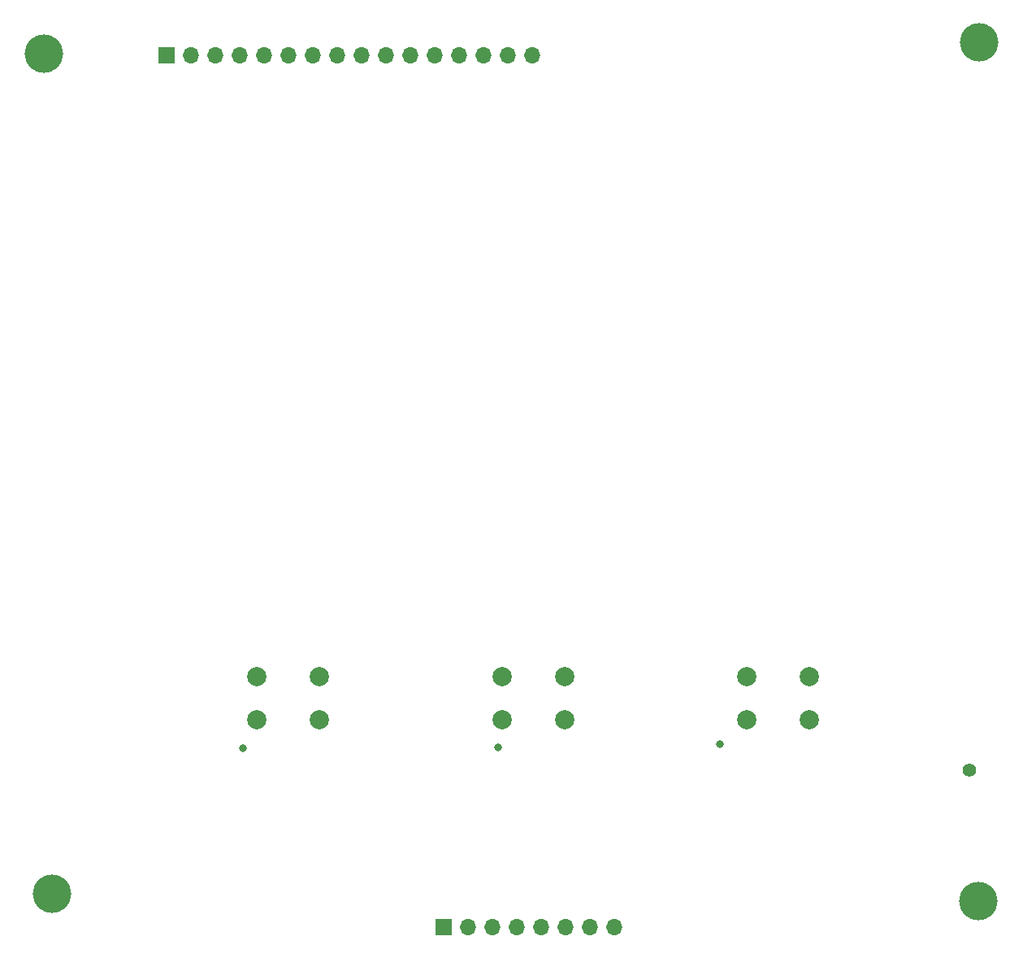
<source format=gbr>
%TF.GenerationSoftware,KiCad,Pcbnew,7.0.10*%
%TF.CreationDate,2024-03-07T12:30:21-07:00*%
%TF.ProjectId,User_Interface,55736572-5f49-46e7-9465-72666163652e,rev?*%
%TF.SameCoordinates,Original*%
%TF.FileFunction,Soldermask,Top*%
%TF.FilePolarity,Negative*%
%FSLAX46Y46*%
G04 Gerber Fmt 4.6, Leading zero omitted, Abs format (unit mm)*
G04 Created by KiCad (PCBNEW 7.0.10) date 2024-03-07 12:30:21*
%MOMM*%
%LPD*%
G01*
G04 APERTURE LIST*
%ADD10C,4.000000*%
%ADD11C,2.000000*%
%ADD12R,1.700000X1.700000*%
%ADD13O,1.700000X1.700000*%
%ADD14C,1.400000*%
%ADD15C,0.800000*%
G04 APERTURE END LIST*
D10*
%TO.C,H4*%
X192400000Y-141600000D03*
%TD*%
D11*
%TO.C,STOP1*%
X142775000Y-118281802D03*
X149275000Y-118281802D03*
X142775000Y-122781802D03*
X149275000Y-122781802D03*
%TD*%
D10*
%TO.C,H3*%
X95900000Y-140900000D03*
%TD*%
D12*
%TO.C,OLED1*%
X107800000Y-53600000D03*
D13*
X110340000Y-53600000D03*
X112880000Y-53600000D03*
X115420000Y-53600000D03*
X117960000Y-53600000D03*
X120500000Y-53600000D03*
X123040000Y-53600000D03*
X125580000Y-53600000D03*
X128120000Y-53600000D03*
X130660000Y-53600000D03*
X133200000Y-53600000D03*
X135740000Y-53600000D03*
X138280000Y-53600000D03*
X140820000Y-53600000D03*
X143360000Y-53600000D03*
X145900000Y-53600000D03*
%TD*%
D12*
%TO.C,MAIN_CONTROL1*%
X136675000Y-144335000D03*
D13*
X139215000Y-144335000D03*
X141755000Y-144335000D03*
X144295000Y-144335000D03*
X146835000Y-144335000D03*
X149375000Y-144335000D03*
X151915000Y-144335000D03*
X154455000Y-144335000D03*
%TD*%
D10*
%TO.C,H2*%
X192500000Y-52200000D03*
%TD*%
D11*
%TO.C,RESET1*%
X168300000Y-118281802D03*
X174800000Y-118281802D03*
X168300000Y-122781802D03*
X174800000Y-122781802D03*
%TD*%
%TO.C,START1*%
X117250000Y-118281802D03*
X123750000Y-118281802D03*
X117250000Y-122781802D03*
X123750000Y-122781802D03*
%TD*%
D10*
%TO.C,H1*%
X95000000Y-53400000D03*
%TD*%
D14*
X191460000Y-128010000D03*
D15*
X115750000Y-125731802D03*
X142350000Y-125631802D03*
X165450000Y-125331802D03*
M02*

</source>
